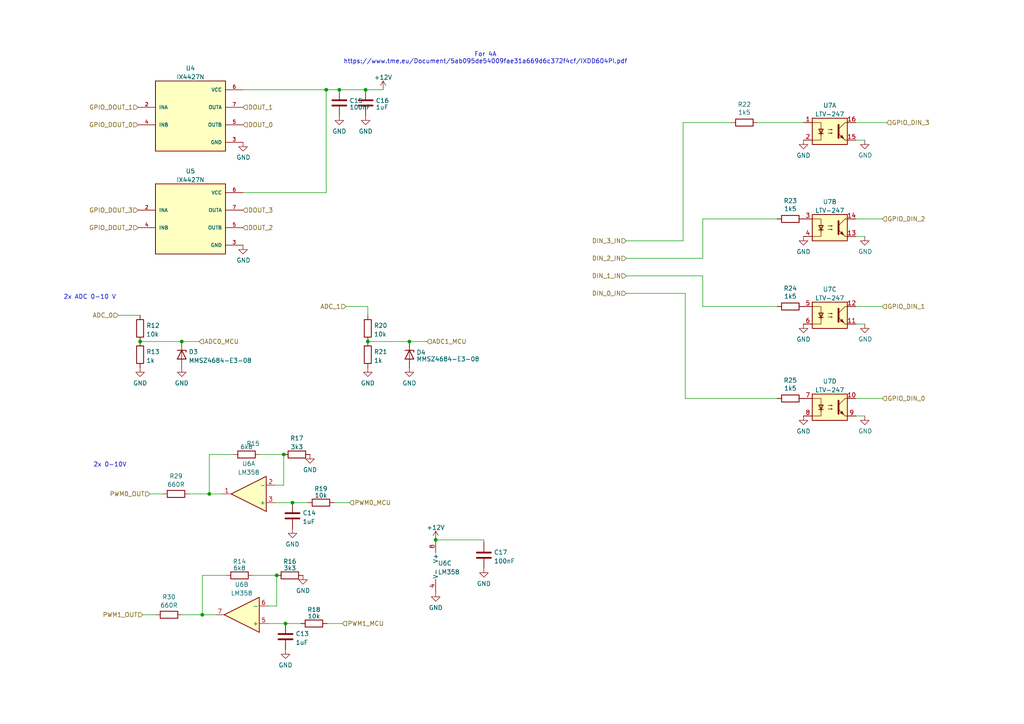
<source format=kicad_sch>
(kicad_sch (version 20231120) (generator "eeschema") (generator_version "8.0")
  (paper "A4")
  (title_block (title "Room Board 003") (date "2018-06-15") (rev "001") (company "Jiří Husák"))
  (lib_symbols
    (symbol "Amplifier_Operational:LM358" (pin_names (offset 0.127))
      (property "Reference" "U" (at 0 5.08 0))
      (property "Value" "LM358" (at 0 -5.08 0))
      (symbol "LM358_1_1"
        (polyline (pts (xy -5.08 5.08) (xy 5.08 0) (xy -5.08 -5.08) (xy -5.08 5.08)) (stroke (width 0.254)) (fill (type background)))
        (pin output line (at 7.62 0 180) (length 2.54) (name "~") (number "1"))
        (pin input line (at -7.62 -2.54 0) (length 2.54) (name "-") (number "2"))
        (pin input line (at -7.62 2.54 0) (length 2.54) (name "+") (number "3"))
      )
      (symbol "LM358_2_1"
        (polyline (pts (xy -5.08 5.08) (xy 5.08 0) (xy -5.08 -5.08) (xy -5.08 5.08)) (stroke (width 0.254)) (fill (type background)))
        (pin input line (at -7.62 2.54 0) (length 2.54) (name "+") (number "5"))
        (pin input line (at -7.62 -2.54 0) (length 2.54) (name "-") (number "6"))
        (pin output line (at 7.62 0 180) (length 2.54) (name "~") (number "7"))
      )
      (symbol "LM358_3_1"
        (pin power_in line (at -2.54 -7.62 90) (length 3.81) (name "V-") (number "4"))
        (pin power_in line (at -2.54 7.62 270) (length 3.81) (name "V+") (number "8"))
      )
    )
    (symbol "Device:C" (pin_numbers hide) (pin_names (offset 0.254))
      (property "Reference" "C" (at 0.635 2.54 0))
      (property "Value" "C" (at 0.635 -2.54 0))
      (symbol "C_0_1"
        (polyline (pts (xy -2.032 -0.762) (xy 2.032 -0.762)) (stroke (width 0.508)))
        (polyline (pts (xy -2.032 0.762) (xy 2.032 0.762)) (stroke (width 0.508)))
      )
      (symbol "C_1_1"
        (pin passive line (at 0 3.81 270) (length 2.794) (name "~") (number "1"))
        (pin passive line (at 0 -3.81 90) (length 2.794) (name "~") (number "2"))
      )
    )
    (symbol "Device:D_Zener" (pin_numbers hide) (pin_names (offset 1.016) hide)
      (property "Reference" "D" (at 0 2.54 0))
      (property "Value" "D_Zener" (at 0 -2.54 0))
      (symbol "D_Zener_0_1"
        (polyline (pts (xy 1.27 0) (xy -1.27 0)))
        (polyline (pts (xy -1.27 -1.27) (xy -1.27 1.27) (xy -0.762 1.27)) (stroke (width 0.254)))
        (polyline (pts (xy 1.27 -1.27) (xy 1.27 1.27) (xy -1.27 0) (xy 1.27 -1.27)) (stroke (width 0.254)))
      )
      (symbol "D_Zener_1_1"
        (pin passive line (at -3.81 0 0) (length 2.54) (name "K") (number "1"))
        (pin passive line (at 3.81 0 180) (length 2.54) (name "A") (number "2"))
      )
    )
    (symbol "Device:R" (pin_numbers hide) (pin_names (offset 0))
      (property "Reference" "R" (at 2.032 0 90))
      (property "Value" "R" (at 0 0 90))
      (symbol "R_0_1"
        (rectangle (start -1.016 -2.54) (end 1.016 2.54) (stroke (width 0.254)))
      )
      (symbol "R_1_1"
        (pin passive line (at 0 3.81 270) (length 1.27) (name "~") (number "1"))
        (pin passive line (at 0 -3.81 90) (length 1.27) (name "~") (number "2"))
      )
    )
    (symbol "IX4427N:IX4427N" (pin_names (offset 1.016))
      (property "Reference" "U" (at -10.168 10.8035 0))
      (property "Value" "IX4427N" (at -10.1659 -12.7074 0))
      (symbol "IX4427N_0_0"
        (rectangle (start -10.16 -10.16) (end 10.16 10.16) (stroke (width 0.254)) (fill (type background)))
        (pin input line (at -15.24 2.54 0) (length 5.08) (name "INA") (number "2"))
        (pin power_in line (at 15.24 -7.62 180) (length 5.08) (name "GND") (number "3"))
        (pin input line (at -15.24 -2.54 0) (length 5.08) (name "INB") (number "4"))
        (pin output line (at 15.24 -2.54 180) (length 5.08) (name "OUTB") (number "5"))
        (pin power_in line (at 15.24 7.62 180) (length 5.08) (name "VCC") (number "6"))
        (pin output line (at 15.24 2.54 180) (length 5.08) (name "OUTA") (number "7"))
      )
    )
    (symbol "Isolator:LTV-247"
      (property "Reference" "U" (at -5.08 5.08 0))
      (property "Value" "LTV-247" (at 0 5.08 0))
      (symbol "LTV-247_0_1"
        (rectangle (start -5.08 3.81) (end 5.08 -3.81) (stroke (width 0.254)) (fill (type background)))
        (polyline (pts (xy -3.175 -0.635) (xy -1.905 -0.635)) (stroke (width 0.254)))
        (polyline (pts (xy 2.54 0.635) (xy 4.445 2.54)))
        (polyline (pts (xy 4.445 -2.54) (xy 2.54 -0.635)) (fill (type outline)))
        (polyline (pts (xy 4.445 -2.54) (xy 5.08 -2.54)))
        (polyline (pts (xy 4.445 2.54) (xy 5.08 2.54)))
        (polyline (pts (xy -2.54 -0.635) (xy -2.54 -2.54) (xy -5.08 -2.54)))
        (polyline (pts (xy 2.54 1.905) (xy 2.54 -1.905) (xy 2.54 -1.905)) (stroke (width 0.508)))
        (polyline (pts (xy -5.08 2.54) (xy -2.54 2.54) (xy -2.54 -1.27) (xy -2.54 0.635)))
        (polyline (pts (xy -2.54 -0.635) (xy -3.175 0.635) (xy -1.905 0.635) (xy -2.54 -0.635)) (stroke (width 0.254)))
        (polyline (pts (xy -0.508 -0.508) (xy 0.762 -0.508) (xy 0.381 -0.635) (xy 0.381 -0.381) (xy 0.762 -0.508)))
        (polyline (pts (xy -0.508 0.508) (xy 0.762 0.508) (xy 0.381 0.381) (xy 0.381 0.635) (xy 0.762 0.508)))
        (polyline (pts (xy 3.048 -1.651) (xy 3.556 -1.143) (xy 4.064 -2.159) (xy 3.048 -1.651) (xy 3.048 -1.651)) (fill (type outline)))
      )
      (symbol "LTV-247_1_1"
        (pin passive line (at -7.62 2.54 0) (length 2.54) (name "~") (number "1"))
        (pin passive line (at 7.62 -2.54 180) (length 2.54) (name "~") (number "15"))
        (pin passive line (at 7.62 2.54 180) (length 2.54) (name "~") (number "16"))
        (pin passive line (at -7.62 -2.54 0) (length 2.54) (name "~") (number "2"))
      )
      (symbol "LTV-247_2_1"
        (pin passive line (at 7.62 -2.54 180) (length 2.54) (name "~") (number "13"))
        (pin passive line (at 7.62 2.54 180) (length 2.54) (name "~") (number "14"))
        (pin passive line (at -7.62 2.54 0) (length 2.54) (name "~") (number "3"))
        (pin passive line (at -7.62 -2.54 0) (length 2.54) (name "~") (number "4"))
      )
      (symbol "LTV-247_3_1"
        (pin passive line (at 7.62 -2.54 180) (length 2.54) (name "~") (number "11"))
        (pin passive line (at 7.62 2.54 180) (length 2.54) (name "~") (number "12"))
        (pin passive line (at -7.62 2.54 0) (length 2.54) (name "~") (number "5"))
        (pin passive line (at -7.62 -2.54 0) (length 2.54) (name "~") (number "6"))
      )
      (symbol "LTV-247_4_1"
        (pin passive line (at 7.62 2.54 180) (length 2.54) (name "~") (number "10"))
        (pin passive line (at -7.62 2.54 0) (length 2.54) (name "~") (number "7"))
        (pin passive line (at -7.62 -2.54 0) (length 2.54) (name "~") (number "8"))
        (pin passive line (at 7.62 -2.54 180) (length 2.54) (name "~") (number "9"))
      )
    )
    (symbol "power:+12V" (power) (pin_names (offset 0))
      (property "Value" "+12V" (at 0 3.556 0))
      (symbol "+12V_0_1"
        (polyline (pts (xy -0.762 1.27) (xy 0 2.54)))
        (polyline (pts (xy 0 0) (xy 0 2.54)))
        (polyline (pts (xy 0 2.54) (xy 0.762 1.27)))
      )
      (symbol "+12V_1_1"
        (pin power_in line (at 0 0 90) (length 0) hide (name "+12V") (number "1"))
      )
    )
    (symbol "power:GND" (power) (pin_names (offset 0))
      (property "Value" "GND" (at 0 -3.81 0))
      (symbol "GND_0_1"
        (polyline (pts (xy 0 0) (xy 0 -1.27) (xy 1.27 -1.27) (xy 0 -2.54) (xy -1.27 -1.27) (xy 0 -1.27)))
      )
      (symbol "GND_1_1"
        (pin power_in line (at 0 0 270) (length 0) hide (name "GND") (number "1"))
      )
    )
  )
  (junction (at 98.425 26.035))
  (junction (at 94.615 26.035))
  (junction (at 40.64 99.06))
  (junction (at 82.296 131.826))
  (junction (at 60.706 143.256))
  (junction (at 126.371 156.588))
  (junction (at 106.68 99.06))
  (junction (at 82.804 180.848))
  (junction (at 118.745 99.06))
  (junction (at 84.836 145.796))
  (junction (at 80.264 166.878))
  (junction (at 106.045 26.035))
  (junction (at 52.705 99.06))
  (junction (at 58.674 178.308))
  (wire (pts (xy 106.68 99.06) (xy 118.745 99.06)))
  (wire (pts (xy 248.285 93.98) (xy 250.825 93.98)))
  (wire (pts (xy 84.836 145.796) (xy 89.281 145.796)))
  (wire (pts (xy 82.296 131.826) (xy 82.296 140.716)))
  (wire (pts (xy 79.756 145.796) (xy 84.836 145.796)))
  (wire (pts (xy 198.12 35.56) (xy 198.12 69.85)))
  (wire (pts (xy 98.425 26.035) (xy 106.045 26.035)))
  (wire (pts (xy 77.724 180.848) (xy 82.804 180.848)))
  (wire (pts (xy 43.434 143.256) (xy 47.244 143.256)))
  (wire (pts (xy 82.296 140.716) (xy 79.756 140.716)))
  (wire (pts (xy 41.402 178.308) (xy 45.212 178.308)))
  (wire (pts (xy 248.285 68.58) (xy 250.825 68.58)))
  (wire (pts (xy 52.705 99.06) (xy 57.785 99.06)))
  (wire (pts (xy 181.61 80.01) (xy 203.835 80.01)))
  (wire (pts (xy 203.835 63.5) (xy 203.835 74.93)))
  (wire (pts (xy 219.71 35.56) (xy 233.045 35.56)))
  (wire (pts (xy 34.29 91.44) (xy 40.64 91.44)))
  (wire (pts (xy 140.341 156.588) (xy 140.341 157.223)))
  (wire (pts (xy 198.12 35.56) (xy 212.09 35.56)))
  (wire (pts (xy 94.615 55.88) (xy 94.615 26.035)))
  (wire (pts (xy 73.279 166.878) (xy 80.264 166.878)))
  (wire (pts (xy 80.264 175.768) (xy 77.724 175.768)))
  (wire (pts (xy 60.706 143.256) (xy 60.706 131.826)))
  (wire (pts (xy 106.68 88.9) (xy 106.68 91.44)))
  (wire (pts (xy 118.745 99.06) (xy 123.825 99.06)))
  (wire (pts (xy 106.045 26.035) (xy 111.125 26.035)))
  (wire (pts (xy 80.264 166.878) (xy 80.264 175.768)))
  (wire (pts (xy 70.485 55.88) (xy 94.615 55.88)))
  (wire (pts (xy 58.674 178.308) (xy 62.484 178.308)))
  (wire (pts (xy 94.615 26.035) (xy 98.425 26.035)))
  (wire (pts (xy 52.832 178.308) (xy 58.674 178.308)))
  (wire (pts (xy 198.755 115.57) (xy 225.425 115.57)))
  (wire (pts (xy 248.285 35.56) (xy 257.175 35.56)))
  (wire (pts (xy 40.64 99.06) (xy 52.705 99.06)))
  (wire (pts (xy 94.615 26.035) (xy 70.485 26.035)))
  (wire (pts (xy 248.285 63.5) (xy 255.905 63.5)))
  (wire (pts (xy 248.285 120.65) (xy 250.825 120.65)))
  (wire (pts (xy 58.674 178.308) (xy 58.674 166.878)))
  (wire (pts (xy 82.804 180.848) (xy 87.249 180.848)))
  (wire (pts (xy 60.706 131.826) (xy 67.691 131.826)))
  (wire (pts (xy 100.33 88.9) (xy 106.68 88.9)))
  (wire (pts (xy 54.864 143.256) (xy 60.706 143.256)))
  (wire (pts (xy 198.755 115.57) (xy 198.755 85.09)))
  (wire (pts (xy 181.61 69.85) (xy 198.12 69.85)))
  (wire (pts (xy 203.835 88.9) (xy 203.835 80.01)))
  (wire (pts (xy 94.869 180.848) (xy 99.314 180.848)))
  (wire (pts (xy 126.371 156.588) (xy 140.341 156.588)))
  (wire (pts (xy 203.835 63.5) (xy 225.425 63.5)))
  (wire (pts (xy 60.706 143.256) (xy 64.516 143.256)))
  (wire (pts (xy 181.61 85.09) (xy 198.755 85.09)))
  (wire (pts (xy 248.285 40.64) (xy 250.825 40.64)))
  (wire (pts (xy 58.674 166.878) (xy 65.659 166.878)))
  (wire (pts (xy 75.311 131.826) (xy 82.296 131.826)))
  (wire (pts (xy 248.285 115.57) (xy 255.905 115.57)))
  (wire (pts (xy 181.61 74.93) (xy 203.835 74.93)))
  (wire (pts (xy 248.285 88.9) (xy 255.905 88.9)))
  (wire (pts (xy 96.901 145.796) (xy 101.346 145.796)))
  (wire (pts (xy 203.835 88.9) (xy 225.425 88.9)))
  (text "2x 0-10V" (at 27.051 135.636 0) (effects (font (size 1.27 1.27)) (justify left bottom)))
  (text "2x ADC 0-10 V" (at 18.415 86.995 0) (effects (font (size 1.27 1.27)) (justify left bottom)))
  (text "For 4A\nhttps://www.tme.eu/Document/5ab095de54009fae31a669d6c372f4cf/IXDD604PI.pdf" (at 140.8 16.9 0) (effects (font (size 1.27 1.27))))
  (hierarchical_label "DOUT_2" (shape input) (at 70.485 66.04 0))
  (hierarchical_label "DOUT_3" (shape input) (at 70.485 60.96 0))
  (hierarchical_label "GPIO_DOUT_1" (shape input) (at 40.005 31.115 180))
  (hierarchical_label "DIN_2_IN" (shape input) (at 181.61 74.93 180))
  (hierarchical_label "ADC_0" (shape input) (at 34.29 91.44 180))
  (hierarchical_label "PWM1_MCU" (shape input) (at 99.314 180.848 0))
  (hierarchical_label "GPIO_DIN_1" (shape input) (at 255.905 88.9 0))
  (hierarchical_label "ADC_1" (shape input) (at 100.33 88.9 180))
  (hierarchical_label "PWM1_OUT" (shape input) (at 41.402 178.308 180))
  (hierarchical_label "DOUT_1" (shape input) (at 70.485 31.115 0))
  (hierarchical_label "GPIO_DIN_3" (shape input) (at 257.175 35.56 0))
  (hierarchical_label "DIN_0_IN" (shape input) (at 181.61 85.09 180))
  (hierarchical_label "GPIO_DOUT_0" (shape input) (at 40.005 36.195 180))
  (hierarchical_label "GPIO_DOUT_3" (shape input) (at 40.005 60.96 180))
  (hierarchical_label "ADC1_MCU" (shape input) (at 123.825 99.06 0))
  (hierarchical_label "GPIO_DOUT_2" (shape input) (at 40.005 66.04 180))
  (hierarchical_label "ADC0_MCU" (shape input) (at 57.785 99.06 0))
  (hierarchical_label "DIN_1_IN" (shape input) (at 181.61 80.01 180))
  (hierarchical_label "DOUT_0" (shape input) (at 70.485 36.195 0))
  (hierarchical_label "GPIO_DIN_0" (shape input) (at 255.905 115.57 0))
  (hierarchical_label "PWM0_OUT" (shape input) (at 43.434 143.256 180))
  (hierarchical_label "PWM0_MCU" (shape input) (at 101.346 145.796 0))
  (hierarchical_label "DIN_3_IN" (shape input) (at 181.61 69.85 180))
  (hierarchical_label "GPIO_DIN_2" (shape input) (at 255.905 63.5 0))
  (symbol (lib_id "power:GND") (at 250.825 120.65 0) (unit 1)
    (property "Reference" "#PWR055" (effects (hide yes)))
    (property "Value" "GND" (at 250.952 125.0442 0))
  )
  (symbol (lib_id "power:GND") (at 250.825 68.58 0) (unit 1)
    (property "Reference" "#PWR053" (effects (hide yes)))
    (property "Value" "GND" (at 250.952 72.9742 0))
  )
  (symbol (lib_id "power:GND") (at 250.825 93.98 0) (unit 1)
    (property "Reference" "#PWR054" (effects (hide yes)))
    (property "Value" "GND" (at 250.952 98.3742 0))
  )
  (symbol (lib_id "Device:R") (at 215.9 35.56 90) (unit 1)
    (property "Reference" "R22" (at 215.9 30.3022 90))
    (property "Value" "1k5" (at 215.9 32.6136 90))
    (property "Footprint" "Resistor_SMD:R_0805_2012Metric" (effects (hide yes)))
  )
  (symbol (lib_id "power:GND") (at 250.825 40.64 0) (unit 1)
    (property "Reference" "#PWR052" (effects (hide yes)))
    (property "Value" "GND" (at 250.952 45.0342 0))
  )
  (symbol (lib_id "Device:R") (at 86.106 131.826 90) (unit 1)
    (property "Reference" "R17" (at 86.106 127.1102 90))
    (property "Value" "3k3" (at 86.106 129.6471 90))
    (property "Footprint" "Resistor_SMD:R_0805_2012Metric" (effects (hide yes)))
  )
  (symbol (lib_id "power:+12V") (at 111.125 26.035 0) (unit 1)
    (property "Reference" "#PWR043" (effects (hide yes)))
    (property "Value" "+12V" (at 111.125 22.4592 0))
  )
  (symbol (lib_id "power:GND") (at 106.68 106.68 0) (unit 1)
    (property "Reference" "#PWR042" (effects (hide yes)))
    (property "Value" "GND" (at 106.68 111.1234 0))
  )
  (symbol (lib_id "Device:R") (at 84.074 166.878 90) (unit 1)
    (property "Reference" "R16" (at 84.074 162.8521 90))
    (property "Value" "3k3" (at 84.074 164.7731 90))
    (property "Footprint" "Resistor_SMD:R_0805_2012Metric" (effects (hide yes)))
  )
  (symbol (lib_id "Device:D_Zener") (at 118.745 102.87 270) (unit 1)
    (property "Reference" "D4" (at 120.777 102.2263 90) (effects (justify left)))
    (property "Value" "MMSZ4684-E3-08" (at 120.777 104.1473 90) (effects (justify left)))
    (property "Footprint" "Diode_SMD:D_SOD-123" (effects (hide yes)))
  )
  (symbol (lib_id "Device:R") (at 51.054 143.256 90) (unit 1)
    (property "Reference" "R29" (at 51.054 138.0955 90))
    (property "Value" "660R" (at 51.054 140.5198 90))
    (property "Footprint" "Resistor_SMD:R_0805_2012Metric" (effects (hide yes)))
    (property "Description" "Resistor" (effects (hide yes)))
  )
  (symbol (lib_id "power:GND") (at 233.045 120.65 0) (unit 1)
    (property "Reference" "#PWR051" (effects (hide yes)))
    (property "Value" "GND" (at 233.045 125.0934 0))
  )
  (symbol (lib_id "IX4427N:IX4427N") (at 55.245 63.5 0) (unit 1)
    (property "Reference" "U5" (at 55.245 49.6402 0))
    (property "Value" "IX4427N" (at 55.245 52.1771 0))
    (property "Footprint" "Package_SO:SOIC-8_3.9x4.9mm_P1.27mm" (effects (hide yes)))
    (property "STANDARD" "IPC-7351B" (effects (hide yes)))
    (property "MANUFACTURER" "IXYS" (effects (hide yes)))
  )
  (symbol (lib_id "Device:R") (at 106.68 102.87 0) (unit 1)
    (property "Reference" "R21" (at 108.458 102.0353 0) (effects (justify left)))
    (property "Value" "1k" (at 108.458 104.5722 0) (effects (justify left)))
    (property "Footprint" "Resistor_SMD:R_0805_2012Metric" (effects (hide yes)))
  )
  (symbol (lib_id "power:GND") (at 106.045 33.655 0) (unit 1)
    (property "Reference" "#PWR041" (effects (hide yes)))
    (property "Value" "GND" (at 106.045 38.0984 0))
  )
  (symbol (lib_id "Isolator:LTV-247") (at 240.665 38.1 0) (unit 1)
    (property "Reference" "U7" (at 240.665 30.5902 0))
    (property "Value" "LTV-247" (at 240.665 33.1271 0))
    (property "Footprint" "Package_SO:SOP-16_4.4x10.4mm_P1.27mm" (effects (hide yes)))
    (property "Datasheet" "http://optoelectronics.liteon.com/upload/download/DS70-2009-0014/LTV-2X7%20sereis%20Mar17.PDF" (effects (hide yes)))
  )
  (symbol (lib_id "power:GND") (at 118.745 106.68 0) (unit 1)
    (property "Reference" "#PWR044" (effects (hide yes)))
    (property "Value" "GND" (at 118.745 111.1234 0))
  )
  (symbol (lib_id "power:GND") (at 233.045 68.58 0) (unit 1)
    (property "Reference" "#PWR049" (effects (hide yes)))
    (property "Value" "GND" (at 233.045 73.0234 0))
  )
  (symbol (lib_id "Device:C") (at 82.804 184.658 0) (unit 1)
    (property "Reference" "C13" (at 85.725 183.8233 0) (effects (justify left)))
    (property "Value" "1uF" (at 85.725 186.3602 0) (effects (justify left)))
    (property "Footprint" "Capacitor_SMD:C_0805_2012Metric" (effects (hide yes)))
  )
  (symbol (lib_id "power:+12V") (at 126.371 156.588 0) (unit 1)
    (property "Reference" "#PWR045" (effects (hide yes)))
    (property "Value" "+12V" (at 126.371 153.0122 0))
  )
  (symbol (lib_id "Device:C") (at 98.425 29.845 0) (unit 1)
    (property "Reference" "C15" (at 101.346 29.2013 0) (effects (justify left)))
    (property "Value" "100nF" (at 101.346 31.1223 0) (effects (justify left)))
    (property "Footprint" "Capacitor_SMD:C_0805_2012Metric" (effects (hide yes)))
  )
  (symbol (lib_id "Isolator:LTV-247") (at 240.665 118.11 0) (unit 4)
    (property "Reference" "U7" (at 240.665 110.6002 0))
    (property "Value" "LTV-247" (at 240.665 113.1371 0))
    (property "Footprint" "Package_SO:SOP-16_4.4x10.4mm_P1.27mm" (effects (hide yes)))
    (property "Datasheet" "http://optoelectronics.liteon.com/upload/download/DS70-2009-0014/LTV-2X7%20sereis%20Mar17.PDF" (effects (hide yes)))
  )
  (symbol (lib_id "Device:R") (at 91.059 180.848 90) (unit 1)
    (property "Reference" "R18" (at 91.059 176.8221 90))
    (property "Value" "10k" (at 91.059 178.7431 90))
    (property "Footprint" "Resistor_SMD:R_0805_2012Metric" (effects (hide yes)))
  )
  (symbol (lib_id "Device:D_Zener") (at 52.705 102.87 270) (unit 1)
    (property "Reference" "D3" (at 54.737 102.0353 90) (effects (justify left)))
    (property "Value" "MMSZ4684-E3-08" (at 54.737 104.5722 90) (effects (justify left)))
    (property "Footprint" "Diode_SMD:D_SOD-123" (effects (hide yes)))
  )
  (symbol (lib_id "Device:R") (at 49.022 178.308 90) (unit 1)
    (property "Reference" "R30" (at 49.022 173.1475 90))
    (property "Value" "660R" (at 49.022 175.5718 90))
    (property "Footprint" "Resistor_SMD:R_0805_2012Metric" (effects (hide yes)))
    (property "Description" "Resistor" (effects (hide yes)))
  )
  (symbol (lib_id "power:GND") (at 233.045 40.64 0) (unit 1)
    (property "Reference" "#PWR048" (effects (hide yes)))
    (property "Value" "GND" (at 233.045 45.0834 0))
  )
  (symbol (lib_id "Device:R") (at 229.235 63.5 90) (unit 1)
    (property "Reference" "R23" (at 229.235 58.2422 90))
    (property "Value" "1k5" (at 229.235 60.5536 90))
    (property "Footprint" "Resistor_SMD:R_0805_2012Metric" (effects (hide yes)))
  )
  (symbol (lib_id "Device:R") (at 229.235 88.9 90) (unit 1)
    (property "Reference" "R24" (at 229.235 83.6422 90))
    (property "Value" "1k5" (at 229.235 85.9536 90))
    (property "Footprint" "Resistor_SMD:R_0805_2012Metric" (effects (hide yes)))
  )
  (symbol (lib_id "Device:R") (at 229.235 115.57 90) (unit 1)
    (property "Reference" "R25" (at 229.235 110.3122 90))
    (property "Value" "1k5" (at 229.235 112.6236 90))
    (property "Footprint" "Resistor_SMD:R_0805_2012Metric" (effects (hide yes)))
  )
  (symbol (lib_id "power:GND") (at 140.341 164.843 0) (unit 1)
    (property "Reference" "#PWR047" (effects (hide yes)))
    (property "Value" "GND" (at 140.341 169.2864 0))
  )
  (symbol (lib_id "power:GND") (at 233.045 93.98 0) (unit 1)
    (property "Reference" "#PWR050" (effects (hide yes)))
    (property "Value" "GND" (at 233.045 98.4234 0))
  )
  (symbol (lib_id "power:GND") (at 87.884 166.878 0) (unit 1)
    (property "Reference" "#PWR038" (effects (hide yes)))
    (property "Value" "GND" (at 87.884 171.3214 0))
  )
  (symbol (lib_id "power:GND") (at 82.804 188.468 0) (unit 1)
    (property "Reference" "#PWR036" (effects (hide yes)))
    (property "Value" "GND" (at 82.804 192.9114 0))
  )
  (symbol (lib_id "Device:R") (at 40.64 102.87 0) (unit 1)
    (property "Reference" "R13" (at 42.418 102.0353 0) (effects (justify left)))
    (property "Value" "1k" (at 42.418 104.5722 0) (effects (justify left)))
    (property "Footprint" "Resistor_SMD:R_0805_2012Metric" (effects (hide yes)))
  )
  (symbol (lib_id "Device:C") (at 84.836 149.606 0) (unit 1)
    (property "Reference" "C14" (at 87.757 148.7713 0) (effects (justify left)))
    (property "Value" "1uF" (at 87.757 151.3082 0) (effects (justify left)))
    (property "Footprint" "Capacitor_SMD:C_0805_2012Metric" (effects (hide yes)))
  )
  (symbol (lib_id "Device:C") (at 140.341 161.033 0) (unit 1)
    (property "Reference" "C17" (at 143.262 160.1983 0) (effects (justify left)))
    (property "Value" "100nF" (at 143.262 162.7352 0) (effects (justify left)))
    (property "Footprint" "Capacitor_SMD:C_0805_2012Metric" (effects (hide yes)))
  )
  (symbol (lib_id "Isolator:LTV-247") (at 240.665 91.44 0) (unit 3)
    (property "Reference" "U7" (at 240.665 83.9302 0))
    (property "Value" "LTV-247" (at 240.665 86.4671 0))
    (property "Footprint" "Package_SO:SOP-16_4.4x10.4mm_P1.27mm" (effects (hide yes)))
    (property "Datasheet" "http://optoelectronics.liteon.com/upload/download/DS70-2009-0014/LTV-2X7%20sereis%20Mar17.PDF" (effects (hide yes)))
  )
  (symbol (lib_id "Isolator:LTV-247") (at 240.665 66.04 0) (unit 2)
    (property "Reference" "U7" (at 240.665 58.5302 0))
    (property "Value" "LTV-247" (at 240.665 61.0671 0))
    (property "Footprint" "Package_SO:SOP-16_4.4x10.4mm_P1.27mm" (effects (hide yes)))
    (property "Datasheet" "http://optoelectronics.liteon.com/upload/download/DS70-2009-0014/LTV-2X7%20sereis%20Mar17.PDF" (effects (hide yes)))
  )
  (symbol (lib_id "power:GND") (at 40.64 106.68 0) (unit 1)
    (property "Reference" "#PWR032" (effects (hide yes)))
    (property "Value" "GND" (at 40.64 111.1234 0))
  )
  (symbol (lib_id "power:GND") (at 84.836 153.416 0) (unit 1)
    (property "Reference" "#PWR037" (effects (hide yes)))
    (property "Value" "GND" (at 84.836 157.8594 0))
  )
  (symbol (lib_id "Device:R") (at 93.091 145.796 90) (unit 1)
    (property "Reference" "R19" (at 93.091 141.7701 90))
    (property "Value" "10k" (at 93.091 143.6911 90))
    (property "Footprint" "Resistor_SMD:R_0805_2012Metric" (effects (hide yes)))
  )
  (symbol (lib_id "power:GND") (at 70.485 71.12 0) (unit 1)
    (property "Reference" "#PWR035" (effects (hide yes)))
    (property "Value" "GND" (at 70.612 75.5142 0))
  )
  (symbol (lib_id "power:GND") (at 98.425 33.655 0) (unit 1)
    (property "Reference" "#PWR040" (effects (hide yes)))
    (property "Value" "GND" (at 98.425 38.0984 0))
  )
  (symbol (lib_id "Device:R") (at 106.68 95.25 0) (unit 1)
    (property "Reference" "R20" (at 108.458 94.4153 0) (effects (justify left)))
    (property "Value" "10k" (at 108.458 96.9522 0) (effects (justify left)))
    (property "Footprint" "Resistor_SMD:R_0805_2012Metric" (effects (hide yes)))
  )
  (symbol (lib_id "Device:R") (at 40.64 95.25 0) (unit 1)
    (property "Reference" "R12" (at 42.418 94.4153 0) (effects (justify left)))
    (property "Value" "10k" (at 42.418 96.9522 0) (effects (justify left)))
    (property "Footprint" "Resistor_SMD:R_0805_2012Metric" (effects (hide yes)))
  )
  (symbol (lib_id "Device:C") (at 106.045 29.845 0) (unit 1)
    (property "Reference" "C16" (at 108.966 29.2013 0) (effects (justify left)))
    (property "Value" "1uF" (at 108.966 31.1223 0) (effects (justify left)))
    (property "Footprint" "Capacitor_SMD:C_0805_2012Metric" (effects (hide yes)))
  )
  (symbol (lib_id "IX4427N:IX4427N") (at 55.245 33.655 0) (unit 1)
    (property "Reference" "U4" (at 55.245 19.7952 0))
    (property "Value" "IX4427N" (at 55.245 22.3321 0))
    (property "Footprint" "Package_SO:SOIC-8_3.9x4.9mm_P1.27mm" (effects (hide yes)))
    (property "STANDARD" "IPC-7351B" (effects (hide yes)))
    (property "MANUFACTURER" "IXYS" (effects (hide yes)))
  )
  (symbol (lib_id "Amplifier_Operational:LM358") (at 128.911 164.208 0) (unit 3)
    (property "Reference" "U6" (at 127.006 163.3733 0) (effects (justify left)))
    (property "Value" "LM358" (at 127.006 165.9102 0) (effects (justify left)))
    (property "Footprint" "Package_SO:TSSOP-8_4.4x3mm_P0.65mm" (effects (hide yes)))
    (property "Datasheet" "http://www.ti.com/lit/ds/symlink/lm2904-n.pdf" (effects (hide yes)))
  )
  (symbol (lib_id "Device:R") (at 71.501 131.826 90) (unit 1)
    (property "Reference" "R15" (at 73.406 128.651 90))
    (property "Value" "6k8" (at 71.501 129.6471 90))
    (property "Footprint" "Resistor_SMD:R_0805_2012Metric" (effects (hide yes)))
  )
  (symbol (lib_id "Amplifier_Operational:LM358") (at 70.104 178.308 180) (unit 2)
    (property "Reference" "U6" (at 70.104 169.5282 0))
    (property "Value" "LM358" (at 70.104 172.0651 0))
    (property "Footprint" "Package_SO:TSSOP-8_4.4x3mm_P0.65mm" (effects (hide yes)))
    (property "Datasheet" "http://www.ti.com/lit/ds/symlink/lm2904-n.pdf" (effects (hide yes)))
  )
  (symbol (lib_id "Device:R") (at 69.469 166.878 90) (unit 1)
    (property "Reference" "R14" (at 69.469 162.8521 90))
    (property "Value" "6k8" (at 69.469 164.7731 90))
    (property "Footprint" "Resistor_SMD:R_0805_2012Metric" (effects (hide yes)))
  )
  (symbol (lib_id "power:GND") (at 52.705 106.68 0) (unit 1)
    (property "Reference" "#PWR033" (effects (hide yes)))
    (property "Value" "GND" (at 52.705 111.1234 0))
  )
  (symbol (lib_id "power:GND") (at 126.371 171.828 0) (unit 1)
    (property "Reference" "#PWR046" (effects (hide yes)))
    (property "Value" "GND" (at 126.371 176.2714 0))
  )
  (symbol (lib_id "Amplifier_Operational:LM358") (at 72.136 143.256 180) (unit 1)
    (property "Reference" "U6" (at 72.136 134.4762 0))
    (property "Value" "LM358" (at 72.136 137.0131 0))
    (property "Footprint" "Package_SO:TSSOP-8_4.4x3mm_P0.65mm" (effects (hide yes)))
    (property "Datasheet" "http://www.ti.com/lit/ds/symlink/lm2904-n.pdf" (effects (hide yes)))
  )
  (symbol (lib_id "power:GND") (at 70.485 41.275 0) (unit 1)
    (property "Reference" "#PWR034" (effects (hide yes)))
    (property "Value" "GND" (at 70.612 45.6692 0))
  )
  (symbol (lib_id "power:GND") (at 89.916 131.826 0) (unit 1)
    (property "Reference" "#PWR039" (effects (hide yes)))
    (property "Value" "GND" (at 89.916 136.2694 0))
  )
)
</source>
